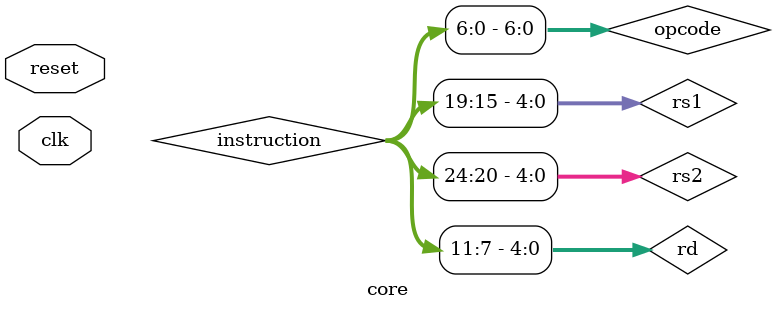
<source format=v>
module core (
    input  wire        clk,
    input  wire        reset
);

    
    wire [31:0] pc_current, pc_next, pc_plus4;
    wire [31:0] instruction;

    wire [6:0]  opcode = instruction[6:0];
    wire [4:0]  rd     = instruction[11:7];
    wire [2:0]  funct3 = instruction[14:12];
    wire [4:0]  rs1    = instruction[19:15];
    wire [4:0]  rs2    = instruction[24:20];
    wire [6:0]  funct7 = instruction[31:25];

    wire        RegWrite, ALUSrc, MemRead, MemWrite, MemToReg, Branch;
    wire [1:0]  ALUOp;

    wire [31:0] imm;
    wire [31:0] read_data1, read_data2;
    wire [3:0]  alu_ctrl;
    wire [31:0] alu_input2;
    wire [31:0] alu_result;
    wire        zero_flag;
    wire [31:0] data_mem_out;
    wire [31:0] write_back_data;
    wire [31:0] branch_target;
    wire        branch_taken;

    // Program Counter
    pc pc_inst (
        .clk(clk),
        .reset(reset),
        .pc_next(pc_next),
        .pc_current(pc_current)
    );

    adder pc_adder (
        .a(pc_current),
        .b(32'd4),
        .sum(pc_plus4)
    );

    //  Instruction Memory 
    instruction_memory instr_mem (
        .addr(pc_current),
        .instruction(instruction)
    );

    //  Control Unit
    control_unit ctrl (
        .opcode(opcode),
        .RegWrite(RegWrite),
        .ALUSrc(ALUSrc),
        .MemRead(MemRead),
        .MemWrite(MemWrite),
        .MemToReg(MemToReg),
        .Branch(Branch),
        .ALUOp(ALUOp)
    );

    //  Register File
    register_file reg_file (
        .clk(clk),
        .reset(reset),
        .rs1(rs1),
        .rs2(rs2),
        .rd(rd),
        .write_data(write_back_data),
        .reg_write(RegWrite),
        .read_data1(read_data1),
        .read_data2(read_data2)
    );

    //  Immediate Generator
    imm_generator imm_gen (
        .instr(instruction),
        .imm_out(imm)
    );

    //  ALU Control 
    alu_control alu_ctrl_unit (
        .alu_op(ALUOp),
        .funct3(funct3),
        .funct7(funct7),
        .alu_ctrl(alu_ctrl)
    );

    //ALu
    mux #(32) alu_src_mux (
        .a(read_data2),
        .b(imm),
        .sel(ALUSrc),
        .out(alu_input2)
    );

    alu alu_inst (
        .a(read_data1),
        .b(alu_input2),
        .alu_ctrl(alu_ctrl),
        .result(alu_result),
        .zero(zero_flag)
    );

    // Data Memory
    data_memory data_mem (
        .clk(clk),
        .MemRead(MemRead),
        .MemWrite(MemWrite),
        .addr(alu_result),
        .write_data(read_data2),
        .read_data(data_mem_out)
    );

    //  Write Back MUX
    mux #(32) write_back_mux (
        .a(alu_result),
        .b(data_mem_out),
        .sel(MemToReg),
        .out(write_back_data)
    );

    //Branch Logic
    adder branch_adder (
        .a(pc_current),
        .b(imm),
        .sum(branch_target)
    );

    assign branch_taken = Branch & zero_flag;

    mux #(32) pc_mux (
        .a(pc_plus4),
        .b(branch_target),
        .sel(branch_taken),
        .out(pc_next)
    );

endmodule

</source>
